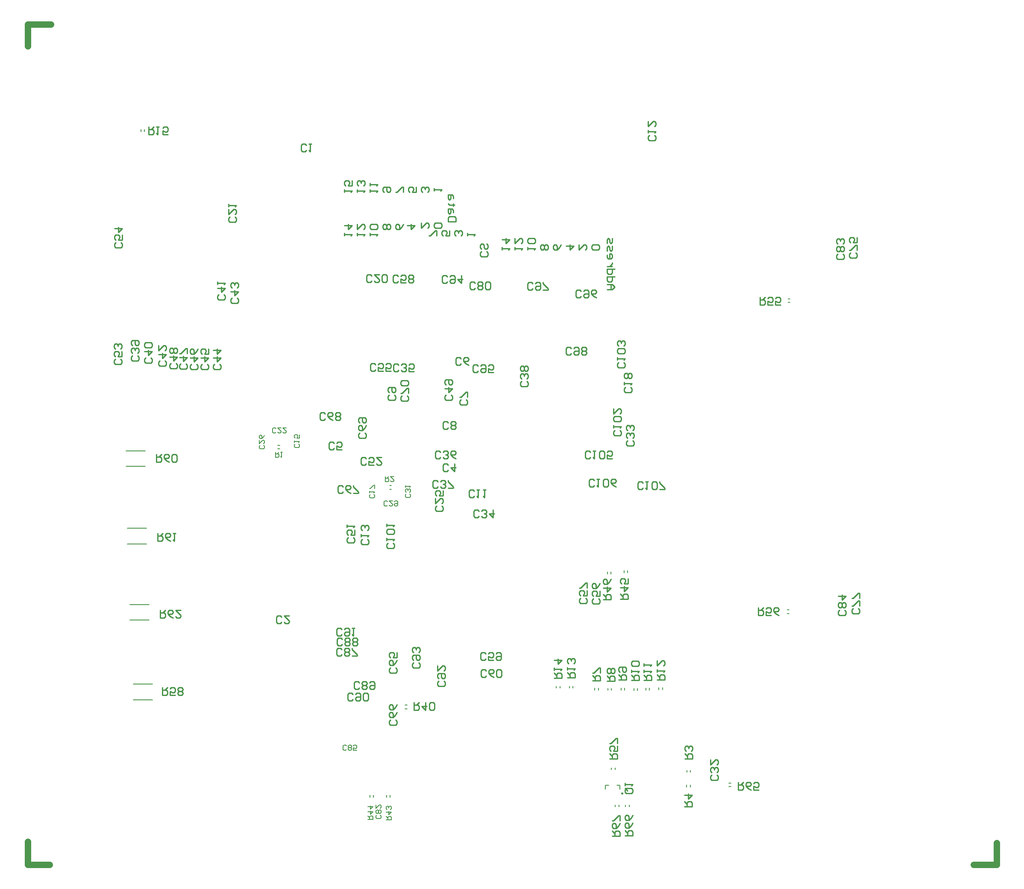
<source format=gbo>
G04 Layer_Color=32896*
%FSLAX25Y25*%
%MOIN*%
G70*
G01*
G75*
%ADD31C,0.01000*%
%ADD32C,0.00800*%
%ADD37C,0.05000*%
%ADD66C,0.00984*%
%ADD68C,0.00787*%
D31*
X241999Y176702D02*
X240999Y175702D01*
X239000D01*
X238000Y176702D01*
Y180700D01*
X239000Y181700D01*
X240999D01*
X241999Y180700D01*
X243998D02*
X244998Y181700D01*
X246997D01*
X247997Y180700D01*
Y176702D01*
X246997Y175702D01*
X244998D01*
X243998Y176702D01*
Y177701D01*
X244998Y178701D01*
X247997D01*
X249996Y181700D02*
X251995D01*
X250996D01*
Y175702D01*
X249996Y176702D01*
X250899Y126102D02*
X249899Y125102D01*
X247900D01*
X246900Y126102D01*
Y130100D01*
X247900Y131100D01*
X249899D01*
X250899Y130100D01*
X252898D02*
X253898Y131100D01*
X255897D01*
X256897Y130100D01*
Y126102D01*
X255897Y125102D01*
X253898D01*
X252898Y126102D01*
Y127101D01*
X253898Y128101D01*
X256897D01*
X258896Y126102D02*
X259896Y125102D01*
X261895D01*
X262895Y126102D01*
Y130100D01*
X261895Y131100D01*
X259896D01*
X258896Y130100D01*
Y126102D01*
X255899Y134902D02*
X254899Y133902D01*
X252900D01*
X251900Y134902D01*
Y138900D01*
X252900Y139900D01*
X254899D01*
X255899Y138900D01*
X257898Y134902D02*
X258898Y133902D01*
X260897D01*
X261897Y134902D01*
Y135901D01*
X260897Y136901D01*
X261897Y137901D01*
Y138900D01*
X260897Y139900D01*
X258898D01*
X257898Y138900D01*
Y137901D01*
X258898Y136901D01*
X257898Y135901D01*
Y134902D01*
X258898Y136901D02*
X260897D01*
X263896Y138900D02*
X264896Y139900D01*
X266895D01*
X267895Y138900D01*
Y134902D01*
X266895Y133902D01*
X264896D01*
X263896Y134902D01*
Y135901D01*
X264896Y136901D01*
X267895D01*
X242499Y169002D02*
X241499Y168002D01*
X239500D01*
X238500Y169002D01*
Y173000D01*
X239500Y174000D01*
X241499D01*
X242499Y173000D01*
X244498Y169002D02*
X245498Y168002D01*
X247497D01*
X248497Y169002D01*
Y170001D01*
X247497Y171001D01*
X248497Y172001D01*
Y173000D01*
X247497Y174000D01*
X245498D01*
X244498Y173000D01*
Y172001D01*
X245498Y171001D01*
X244498Y170001D01*
Y169002D01*
X245498Y171001D02*
X247497D01*
X250496Y169002D02*
X251496Y168002D01*
X253495D01*
X254495Y169002D01*
Y170001D01*
X253495Y171001D01*
X254495Y172001D01*
Y173000D01*
X253495Y174000D01*
X251496D01*
X250496Y173000D01*
Y172001D01*
X251496Y171001D01*
X250496Y170001D01*
Y169002D01*
X251496Y171001D02*
X253495D01*
X241999Y161002D02*
X240999Y160002D01*
X239000D01*
X238000Y161002D01*
Y165000D01*
X239000Y166000D01*
X240999D01*
X241999Y165000D01*
X243998Y161002D02*
X244998Y160002D01*
X246997D01*
X247997Y161002D01*
Y162001D01*
X246997Y163001D01*
X247997Y164001D01*
Y165000D01*
X246997Y166000D01*
X244998D01*
X243998Y165000D01*
Y164001D01*
X244998Y163001D01*
X243998Y162001D01*
Y161002D01*
X244998Y163001D02*
X246997D01*
X249996Y160002D02*
X253995D01*
Y161002D01*
X249996Y165000D01*
Y166000D01*
X634498Y195755D02*
X635498Y194755D01*
Y192756D01*
X634498Y191756D01*
X630500D01*
X629500Y192756D01*
Y194755D01*
X630500Y195755D01*
X634498Y197754D02*
X635498Y198754D01*
Y200753D01*
X634498Y201753D01*
X633499D01*
X632499Y200753D01*
X631499Y201753D01*
X630500D01*
X629500Y200753D01*
Y198754D01*
X630500Y197754D01*
X631499D01*
X632499Y198754D01*
X633499Y197754D01*
X634498D01*
X632499Y198754D02*
Y200753D01*
X629500Y206751D02*
X635498D01*
X632499Y203752D01*
Y207751D01*
X324999Y305002D02*
X323999Y304002D01*
X322000D01*
X321000Y305002D01*
Y309000D01*
X322000Y310000D01*
X323999D01*
X324999Y309000D01*
X329997Y310000D02*
Y304002D01*
X326998Y307001D01*
X330997D01*
X235999Y322002D02*
X234999Y321002D01*
X233000D01*
X232000Y322002D01*
Y326000D01*
X233000Y327000D01*
X234999D01*
X235999Y326000D01*
X241997Y321002D02*
X237998D01*
Y324001D01*
X239997Y323001D01*
X240997D01*
X241997Y324001D01*
Y326000D01*
X240997Y327000D01*
X238998D01*
X237998Y326000D01*
X334999Y388002D02*
X333999Y387002D01*
X332000D01*
X331000Y388002D01*
Y392000D01*
X332000Y393000D01*
X333999D01*
X334999Y392000D01*
X340997Y387002D02*
X338997Y388002D01*
X336998Y390001D01*
Y392000D01*
X337998Y393000D01*
X339997D01*
X340997Y392000D01*
Y391001D01*
X339997Y390001D01*
X336998D01*
X338998Y359999D02*
X339998Y358999D01*
Y357000D01*
X338998Y356000D01*
X335000D01*
X334000Y357000D01*
Y358999D01*
X335000Y359999D01*
X339998Y361998D02*
Y365997D01*
X338998D01*
X335000Y361998D01*
X334000D01*
X324999Y338002D02*
X323999Y337002D01*
X322000D01*
X321000Y338002D01*
Y342000D01*
X322000Y343000D01*
X323999D01*
X324999Y342000D01*
X326998Y338002D02*
X327998Y337002D01*
X329997D01*
X330997Y338002D01*
Y339001D01*
X329997Y340001D01*
X330997Y341001D01*
Y342000D01*
X329997Y343000D01*
X327998D01*
X326998Y342000D01*
Y341001D01*
X327998Y340001D01*
X326998Y339001D01*
Y338002D01*
X327998Y340001D02*
X329997D01*
X282998Y363599D02*
X283998Y362599D01*
Y360600D01*
X282998Y359600D01*
X279000D01*
X278000Y360600D01*
Y362599D01*
X279000Y363599D01*
Y365598D02*
X278000Y366598D01*
Y368597D01*
X279000Y369597D01*
X282998D01*
X283998Y368597D01*
Y366598D01*
X282998Y365598D01*
X281999D01*
X280999Y366598D01*
Y369597D01*
X345630Y284573D02*
X344630Y283574D01*
X342631D01*
X341631Y284573D01*
Y288572D01*
X342631Y289572D01*
X344630D01*
X345630Y288572D01*
X347629Y289572D02*
X349628D01*
X348628D01*
Y283574D01*
X347629Y284573D01*
X352627Y289572D02*
X354627D01*
X353627D01*
Y283574D01*
X352627Y284573D01*
X261998Y250999D02*
X262998Y249999D01*
Y248000D01*
X261998Y247000D01*
X258000D01*
X257000Y248000D01*
Y249999D01*
X258000Y250999D01*
X257000Y252998D02*
Y254997D01*
Y253998D01*
X262998D01*
X261998Y252998D01*
Y257996D02*
X262998Y258996D01*
Y260996D01*
X261998Y261995D01*
X260999D01*
X259999Y260996D01*
Y259996D01*
Y260996D01*
X258999Y261995D01*
X258000D01*
X257000Y260996D01*
Y258996D01*
X258000Y257996D01*
X319998Y276999D02*
X320998Y275999D01*
Y274000D01*
X319998Y273000D01*
X316000D01*
X315000Y274000D01*
Y275999D01*
X316000Y276999D01*
X315000Y282997D02*
Y278998D01*
X318999Y282997D01*
X319998D01*
X320998Y281997D01*
Y279998D01*
X319998Y278998D01*
X320998Y288995D02*
Y284996D01*
X317999D01*
X318999Y286996D01*
Y287995D01*
X317999Y288995D01*
X316000D01*
X315000Y287995D01*
Y285996D01*
X316000Y284996D01*
X348999Y269002D02*
X347999Y268002D01*
X346000D01*
X345000Y269002D01*
Y273000D01*
X346000Y274000D01*
X347999D01*
X348999Y273000D01*
X350998Y269002D02*
X351998Y268002D01*
X353997D01*
X354997Y269002D01*
Y270001D01*
X353997Y271001D01*
X352997D01*
X353997D01*
X354997Y272001D01*
Y273000D01*
X353997Y274000D01*
X351998D01*
X350998Y273000D01*
X359995Y274000D02*
Y268002D01*
X356996Y271001D01*
X360995D01*
X318999Y315002D02*
X317999Y314002D01*
X316000D01*
X315000Y315002D01*
Y319000D01*
X316000Y320000D01*
X317999D01*
X318999Y319000D01*
X320998Y315002D02*
X321998Y314002D01*
X323997D01*
X324997Y315002D01*
Y316001D01*
X323997Y317001D01*
X322997D01*
X323997D01*
X324997Y318001D01*
Y319000D01*
X323997Y320000D01*
X321998D01*
X320998Y319000D01*
X330995Y314002D02*
X328995Y315002D01*
X326996Y317001D01*
Y319000D01*
X327996Y320000D01*
X329995D01*
X330995Y319000D01*
Y318001D01*
X329995Y317001D01*
X326996D01*
X316999Y292002D02*
X315999Y291002D01*
X314000D01*
X313000Y292002D01*
Y296000D01*
X314000Y297000D01*
X315999D01*
X316999Y296000D01*
X318998Y292002D02*
X319998Y291002D01*
X321997D01*
X322997Y292002D01*
Y293001D01*
X321997Y294001D01*
X320997D01*
X321997D01*
X322997Y295001D01*
Y296000D01*
X321997Y297000D01*
X319998D01*
X318998Y296000D01*
X324996Y291002D02*
X328995D01*
Y292002D01*
X324996Y296000D01*
Y297000D01*
X386398Y374299D02*
X387398Y373299D01*
Y371300D01*
X386398Y370300D01*
X382400D01*
X381400Y371300D01*
Y373299D01*
X382400Y374299D01*
X386398Y376298D02*
X387398Y377298D01*
Y379297D01*
X386398Y380297D01*
X385399D01*
X384399Y379297D01*
Y378297D01*
Y379297D01*
X383399Y380297D01*
X382400D01*
X381400Y379297D01*
Y377298D01*
X382400Y376298D01*
X386398Y382296D02*
X387398Y383296D01*
Y385295D01*
X386398Y386295D01*
X385399D01*
X384399Y385295D01*
X383399Y386295D01*
X382400D01*
X381400Y385295D01*
Y383296D01*
X382400Y382296D01*
X383399D01*
X384399Y383296D01*
X385399Y382296D01*
X386398D01*
X384399Y383296D02*
Y385295D01*
X150298Y442099D02*
X151298Y441099D01*
Y439100D01*
X150298Y438100D01*
X146300D01*
X145300Y439100D01*
Y441099D01*
X146300Y442099D01*
X145300Y447097D02*
X151298D01*
X148299Y444098D01*
Y448097D01*
X145300Y450096D02*
Y452096D01*
Y451096D01*
X151298D01*
X150298Y450096D01*
X327577Y363499D02*
X328577Y362499D01*
Y360500D01*
X327577Y359500D01*
X323578D01*
X322579Y360500D01*
Y362499D01*
X323578Y363499D01*
X322579Y368497D02*
X328577D01*
X325578Y365498D01*
Y369497D01*
X323578Y371496D02*
X322579Y372496D01*
Y374495D01*
X323578Y375495D01*
X327577D01*
X328577Y374495D01*
Y372496D01*
X327577Y371496D01*
X326577D01*
X325578Y372496D01*
Y375495D01*
X251298Y252299D02*
X252298Y251299D01*
Y249300D01*
X251298Y248300D01*
X247300D01*
X246300Y249300D01*
Y251299D01*
X247300Y252299D01*
X252298Y258297D02*
Y254298D01*
X249299D01*
X250299Y256297D01*
Y257297D01*
X249299Y258297D01*
X247300D01*
X246300Y257297D01*
Y255298D01*
X247300Y254298D01*
X246300Y260296D02*
Y262296D01*
Y261296D01*
X252298D01*
X251298Y260296D01*
X260999Y310002D02*
X259999Y309002D01*
X258000D01*
X257000Y310002D01*
Y314000D01*
X258000Y315000D01*
X259999D01*
X260999Y314000D01*
X266997Y309002D02*
X262998D01*
Y312001D01*
X264997Y311001D01*
X265997D01*
X266997Y312001D01*
Y314000D01*
X265997Y315000D01*
X263998D01*
X262998Y314000D01*
X272995Y315000D02*
X268996D01*
X272995Y311001D01*
Y310002D01*
X271995Y309002D01*
X269996D01*
X268996Y310002D01*
X354399Y157702D02*
X353399Y156702D01*
X351400D01*
X350400Y157702D01*
Y161700D01*
X351400Y162700D01*
X353399D01*
X354399Y161700D01*
X360397Y156702D02*
X356398D01*
Y159701D01*
X358397Y158701D01*
X359397D01*
X360397Y159701D01*
Y161700D01*
X359397Y162700D01*
X357398D01*
X356398Y161700D01*
X362396D02*
X363396Y162700D01*
X365395D01*
X366395Y161700D01*
Y157702D01*
X365395Y156702D01*
X363396D01*
X362396Y157702D01*
Y158701D01*
X363396Y159701D01*
X366395D01*
X354899Y144302D02*
X353899Y143302D01*
X351900D01*
X350900Y144302D01*
Y148300D01*
X351900Y149300D01*
X353899D01*
X354899Y148300D01*
X360897Y143302D02*
X358897Y144302D01*
X356898Y146301D01*
Y148300D01*
X357898Y149300D01*
X359897D01*
X360897Y148300D01*
Y147301D01*
X359897Y146301D01*
X356898D01*
X362896Y144302D02*
X363896Y143302D01*
X365895D01*
X366895Y144302D01*
Y148300D01*
X365895Y149300D01*
X363896D01*
X362896Y148300D01*
Y144302D01*
X284298Y110099D02*
X285298Y109099D01*
Y107100D01*
X284298Y106100D01*
X280300D01*
X279300Y107100D01*
Y109099D01*
X280300Y110099D01*
X285298Y116097D02*
X284298Y114097D01*
X282299Y112098D01*
X280300D01*
X279300Y113098D01*
Y115097D01*
X280300Y116097D01*
X281299D01*
X282299Y115097D01*
Y112098D01*
X285298Y122095D02*
X284298Y120096D01*
X282299Y118096D01*
X280300D01*
X279300Y119096D01*
Y121095D01*
X280300Y122095D01*
X281299D01*
X282299Y121095D01*
Y118096D01*
X242999Y288002D02*
X241999Y287002D01*
X240000D01*
X239000Y288002D01*
Y292000D01*
X240000Y293000D01*
X241999D01*
X242999Y292000D01*
X248997Y287002D02*
X246997Y288002D01*
X244998Y290001D01*
Y292000D01*
X245998Y293000D01*
X247997D01*
X248997Y292000D01*
Y291001D01*
X247997Y290001D01*
X244998D01*
X250996Y287002D02*
X254995D01*
Y288002D01*
X250996Y292000D01*
Y293000D01*
X228999Y345002D02*
X227999Y344002D01*
X226000D01*
X225000Y345002D01*
Y349000D01*
X226000Y350000D01*
X227999D01*
X228999Y349000D01*
X234997Y344002D02*
X232997Y345002D01*
X230998Y347001D01*
Y349000D01*
X231998Y350000D01*
X233997D01*
X234997Y349000D01*
Y348001D01*
X233997Y347001D01*
X230998D01*
X236996Y345002D02*
X237996Y344002D01*
X239995D01*
X240995Y345002D01*
Y346001D01*
X239995Y347001D01*
X240995Y348001D01*
Y349000D01*
X239995Y350000D01*
X237996D01*
X236996Y349000D01*
Y348001D01*
X237996Y347001D01*
X236996Y346001D01*
Y345002D01*
X237996Y347001D02*
X239995D01*
X259998Y333999D02*
X260998Y332999D01*
Y331000D01*
X259998Y330000D01*
X256000D01*
X255000Y331000D01*
Y332999D01*
X256000Y333999D01*
X260998Y339997D02*
X259998Y337997D01*
X257999Y335998D01*
X256000D01*
X255000Y336998D01*
Y338997D01*
X256000Y339997D01*
X256999D01*
X257999Y338997D01*
Y335998D01*
X256000Y341996D02*
X255000Y342996D01*
Y344995D01*
X256000Y345995D01*
X259998D01*
X260998Y344995D01*
Y342996D01*
X259998Y341996D01*
X258999D01*
X257999Y342996D01*
Y345995D01*
X292998Y362999D02*
X293998Y361999D01*
Y360000D01*
X292998Y359000D01*
X289000D01*
X288000Y360000D01*
Y361999D01*
X289000Y362999D01*
X293998Y364998D02*
Y368997D01*
X292998D01*
X289000Y364998D01*
X288000D01*
X292998Y370996D02*
X293998Y371996D01*
Y373995D01*
X292998Y374995D01*
X289000D01*
X288000Y373995D01*
Y371996D01*
X289000Y370996D01*
X292998D01*
X298600Y123500D02*
Y117502D01*
X301599D01*
X302599Y118502D01*
Y120501D01*
X301599Y121501D01*
X298600D01*
X300599D02*
X302599Y123500D01*
X307597D02*
Y117502D01*
X304598Y120501D01*
X308597D01*
X310596Y118502D02*
X311596Y117502D01*
X313595D01*
X314595Y118502D01*
Y122500D01*
X313595Y123500D01*
X311596D01*
X310596Y122500D01*
Y118502D01*
X642998Y474499D02*
X643998Y473499D01*
Y471500D01*
X642998Y470500D01*
X639000D01*
X638000Y471500D01*
Y473499D01*
X639000Y474499D01*
X643998Y476498D02*
Y480497D01*
X642998D01*
X639000Y476498D01*
X638000D01*
X643998Y486495D02*
Y482496D01*
X640999D01*
X641999Y484495D01*
Y485495D01*
X640999Y486495D01*
X639000D01*
X638000Y485495D01*
Y483496D01*
X639000Y482496D01*
X568400Y440000D02*
Y434002D01*
X571399D01*
X572399Y435002D01*
Y437001D01*
X571399Y438001D01*
X568400D01*
X570399D02*
X572399Y440000D01*
X578397Y434002D02*
X574398D01*
Y437001D01*
X576397Y436001D01*
X577397D01*
X578397Y437001D01*
Y439000D01*
X577397Y440000D01*
X575398D01*
X574398Y439000D01*
X584395Y434002D02*
X580396D01*
Y437001D01*
X582396Y436001D01*
X583395D01*
X584395Y437001D01*
Y439000D01*
X583395Y440000D01*
X581396D01*
X580396Y439000D01*
X567300Y197700D02*
Y191702D01*
X570299D01*
X571299Y192702D01*
Y194701D01*
X570299Y195701D01*
X567300D01*
X569299D02*
X571299Y197700D01*
X577297Y191702D02*
X573298D01*
Y194701D01*
X575297Y193701D01*
X576297D01*
X577297Y194701D01*
Y196700D01*
X576297Y197700D01*
X574298D01*
X573298Y196700D01*
X583295Y191702D02*
X581295Y192702D01*
X579296Y194701D01*
Y196700D01*
X580296Y197700D01*
X582295D01*
X583295Y196700D01*
Y195701D01*
X582295Y194701D01*
X579296D01*
X214499Y554702D02*
X213499Y553702D01*
X211500D01*
X210500Y554702D01*
Y558700D01*
X211500Y559700D01*
X213499D01*
X214499Y558700D01*
X216498Y559700D02*
X218497D01*
X217498D01*
Y553702D01*
X216498Y554702D01*
X194999Y186402D02*
X193999Y185402D01*
X192000D01*
X191000Y186402D01*
Y190400D01*
X192000Y191400D01*
X193999D01*
X194999Y190400D01*
X200997Y191400D02*
X196998D01*
X200997Y187401D01*
Y186402D01*
X199997Y185402D01*
X197998D01*
X196998Y186402D01*
X486298Y566199D02*
X487298Y565199D01*
Y563200D01*
X486298Y562200D01*
X482300D01*
X481300Y563200D01*
Y565199D01*
X482300Y566199D01*
X481300Y568198D02*
Y570197D01*
Y569198D01*
X487298D01*
X486298Y568198D01*
X481300Y577195D02*
Y573196D01*
X485299Y577195D01*
X486298D01*
X487298Y576195D01*
Y574196D01*
X486298Y573196D01*
X467598Y369599D02*
X468598Y368599D01*
Y366600D01*
X467598Y365600D01*
X463600D01*
X462600Y366600D01*
Y368599D01*
X463600Y369599D01*
X462600Y371598D02*
Y373597D01*
Y372598D01*
X468598D01*
X467598Y371598D01*
Y376596D02*
X468598Y377596D01*
Y379595D01*
X467598Y380595D01*
X466599D01*
X465599Y379595D01*
X464599Y380595D01*
X463600D01*
X462600Y379595D01*
Y377596D01*
X463600Y376596D01*
X464599D01*
X465599Y377596D01*
X466599Y376596D01*
X467598D01*
X465599Y377596D02*
Y379595D01*
X265399Y452702D02*
X264399Y451702D01*
X262400D01*
X261400Y452702D01*
Y456700D01*
X262400Y457700D01*
X264399D01*
X265399Y456700D01*
X271397Y457700D02*
X267398D01*
X271397Y453701D01*
Y452702D01*
X270397Y451702D01*
X268398D01*
X267398Y452702D01*
X273396D02*
X274396Y451702D01*
X276395D01*
X277395Y452702D01*
Y456700D01*
X276395Y457700D01*
X274396D01*
X273396Y456700D01*
Y452702D01*
X158698Y502499D02*
X159698Y501499D01*
Y499500D01*
X158698Y498500D01*
X154700D01*
X153700Y499500D01*
Y501499D01*
X154700Y502499D01*
X153700Y508497D02*
Y504498D01*
X157699Y508497D01*
X158698D01*
X159698Y507497D01*
Y505498D01*
X158698Y504498D01*
X153700Y510496D02*
Y512496D01*
Y511496D01*
X159698D01*
X158698Y510496D01*
X534898Y67099D02*
X535898Y66099D01*
Y64100D01*
X534898Y63100D01*
X530900D01*
X529900Y64100D01*
Y66099D01*
X530900Y67099D01*
X534898Y69098D02*
X535898Y70098D01*
Y72097D01*
X534898Y73097D01*
X533899D01*
X532899Y72097D01*
Y71097D01*
Y72097D01*
X531899Y73097D01*
X530900D01*
X529900Y72097D01*
Y70098D01*
X530900Y69098D01*
X529900Y79095D02*
Y75096D01*
X533899Y79095D01*
X534898D01*
X535898Y78095D01*
Y76096D01*
X534898Y75096D01*
X468998Y327999D02*
X469998Y326999D01*
Y325000D01*
X468998Y324000D01*
X465000D01*
X464000Y325000D01*
Y326999D01*
X465000Y327999D01*
X468998Y329998D02*
X469998Y330998D01*
Y332997D01*
X468998Y333997D01*
X467999D01*
X466999Y332997D01*
Y331997D01*
Y332997D01*
X465999Y333997D01*
X465000D01*
X464000Y332997D01*
Y330998D01*
X465000Y329998D01*
X468998Y335996D02*
X469998Y336996D01*
Y338995D01*
X468998Y339995D01*
X467999D01*
X466999Y338995D01*
Y337996D01*
Y338995D01*
X465999Y339995D01*
X465000D01*
X464000Y338995D01*
Y336996D01*
X465000Y335996D01*
X82798Y394399D02*
X83798Y393399D01*
Y391400D01*
X82798Y390400D01*
X78800D01*
X77800Y391400D01*
Y393399D01*
X78800Y394399D01*
X82798Y396398D02*
X83798Y397398D01*
Y399397D01*
X82798Y400397D01*
X81799D01*
X80799Y399397D01*
Y398397D01*
Y399397D01*
X79799Y400397D01*
X78800D01*
X77800Y399397D01*
Y397398D01*
X78800Y396398D01*
Y402396D02*
X77800Y403396D01*
Y405395D01*
X78800Y406395D01*
X82798D01*
X83798Y405395D01*
Y403396D01*
X82798Y402396D01*
X81799D01*
X80799Y403396D01*
Y406395D01*
X93198Y392499D02*
X94198Y391499D01*
Y389500D01*
X93198Y388500D01*
X89200D01*
X88200Y389500D01*
Y391499D01*
X89200Y392499D01*
X88200Y397497D02*
X94198D01*
X91199Y394498D01*
Y398497D01*
X93198Y400496D02*
X94198Y401496D01*
Y403495D01*
X93198Y404495D01*
X89200D01*
X88200Y403495D01*
Y401496D01*
X89200Y400496D01*
X93198D01*
X104198Y390299D02*
X105198Y389299D01*
Y387300D01*
X104198Y386300D01*
X100200D01*
X99200Y387300D01*
Y389299D01*
X100200Y390299D01*
X99200Y395297D02*
X105198D01*
X102199Y392298D01*
Y396297D01*
X99200Y402295D02*
Y398296D01*
X103199Y402295D01*
X104198D01*
X105198Y401295D01*
Y399296D01*
X104198Y398296D01*
X160498Y439399D02*
X161498Y438399D01*
Y436400D01*
X160498Y435400D01*
X156500D01*
X155500Y436400D01*
Y438399D01*
X156500Y439399D01*
X155500Y444397D02*
X161498D01*
X158499Y441398D01*
Y445397D01*
X160498Y447396D02*
X161498Y448396D01*
Y450395D01*
X160498Y451395D01*
X159499D01*
X158499Y450395D01*
Y449396D01*
Y450395D01*
X157499Y451395D01*
X156500D01*
X155500Y450395D01*
Y448396D01*
X156500Y447396D01*
X146798Y387699D02*
X147798Y386699D01*
Y384700D01*
X146798Y383700D01*
X142800D01*
X141800Y384700D01*
Y386699D01*
X142800Y387699D01*
X141800Y392697D02*
X147798D01*
X144799Y389698D01*
Y393697D01*
X141800Y398695D02*
X147798D01*
X144799Y395696D01*
Y399695D01*
X137298Y387599D02*
X138298Y386599D01*
Y384600D01*
X137298Y383600D01*
X133300D01*
X132300Y384600D01*
Y386599D01*
X133300Y387599D01*
X132300Y392597D02*
X138298D01*
X135299Y389598D01*
Y393597D01*
X138298Y399595D02*
Y395596D01*
X135299D01*
X136299Y397596D01*
Y398595D01*
X135299Y399595D01*
X133300D01*
X132300Y398595D01*
Y396596D01*
X133300Y395596D01*
X128898Y387799D02*
X129898Y386799D01*
Y384800D01*
X128898Y383800D01*
X124900D01*
X123900Y384800D01*
Y386799D01*
X124900Y387799D01*
X123900Y392797D02*
X129898D01*
X126899Y389798D01*
Y393797D01*
X129898Y399795D02*
X128898Y397796D01*
X126899Y395796D01*
X124900D01*
X123900Y396796D01*
Y398795D01*
X124900Y399795D01*
X125899D01*
X126899Y398795D01*
Y395796D01*
X120598Y387899D02*
X121598Y386899D01*
Y384900D01*
X120598Y383900D01*
X116600D01*
X115600Y384900D01*
Y386899D01*
X116600Y387899D01*
X115600Y392897D02*
X121598D01*
X118599Y389898D01*
Y393897D01*
X121598Y395896D02*
Y399895D01*
X120598D01*
X116600Y395896D01*
X115600D01*
X112698Y388199D02*
X113698Y387199D01*
Y385200D01*
X112698Y384200D01*
X108700D01*
X107700Y385200D01*
Y387199D01*
X108700Y388199D01*
X107700Y393197D02*
X113698D01*
X110699Y390198D01*
Y394197D01*
X112698Y396196D02*
X113698Y397196D01*
Y399195D01*
X112698Y400195D01*
X111699D01*
X110699Y399195D01*
X109699Y400195D01*
X108700D01*
X107700Y399195D01*
Y397196D01*
X108700Y396196D01*
X109699D01*
X110699Y397196D01*
X111699Y396196D01*
X112698D01*
X110699Y397196D02*
Y399195D01*
X69598Y391799D02*
X70598Y390799D01*
Y388800D01*
X69598Y387800D01*
X65600D01*
X64600Y388800D01*
Y390799D01*
X65600Y391799D01*
X70598Y397797D02*
Y393798D01*
X67599D01*
X68599Y395797D01*
Y396797D01*
X67599Y397797D01*
X65600D01*
X64600Y396797D01*
Y394798D01*
X65600Y393798D01*
X69598Y399796D02*
X70598Y400796D01*
Y402795D01*
X69598Y403795D01*
X68599D01*
X67599Y402795D01*
Y401795D01*
Y402795D01*
X66599Y403795D01*
X65600D01*
X64600Y402795D01*
Y400796D01*
X65600Y399796D01*
X69698Y482799D02*
X70698Y481799D01*
Y479800D01*
X69698Y478800D01*
X65700D01*
X64700Y479800D01*
Y481799D01*
X65700Y482799D01*
X70698Y488797D02*
Y484798D01*
X67699D01*
X68699Y486797D01*
Y487797D01*
X67699Y488797D01*
X65700D01*
X64700Y487797D01*
Y485798D01*
X65700Y484798D01*
X64700Y493795D02*
X70698D01*
X67699Y490796D01*
Y494795D01*
X442498Y204599D02*
X443498Y203599D01*
Y201600D01*
X442498Y200600D01*
X438500D01*
X437500Y201600D01*
Y203599D01*
X438500Y204599D01*
X443498Y210597D02*
Y206598D01*
X440499D01*
X441499Y208597D01*
Y209597D01*
X440499Y210597D01*
X438500D01*
X437500Y209597D01*
Y207598D01*
X438500Y206598D01*
X443498Y216595D02*
X442498Y214596D01*
X440499Y212596D01*
X438500D01*
X437500Y213596D01*
Y215595D01*
X438500Y216595D01*
X439499D01*
X440499Y215595D01*
Y212596D01*
X432498Y205099D02*
X433498Y204099D01*
Y202100D01*
X432498Y201100D01*
X428500D01*
X427500Y202100D01*
Y204099D01*
X428500Y205099D01*
X433498Y211097D02*
Y207098D01*
X430499D01*
X431499Y209097D01*
Y210097D01*
X430499Y211097D01*
X428500D01*
X427500Y210097D01*
Y208098D01*
X428500Y207098D01*
X433498Y213096D02*
Y217095D01*
X432498D01*
X428500Y213096D01*
X427500D01*
X284098Y150799D02*
X285098Y149799D01*
Y147800D01*
X284098Y146800D01*
X280100D01*
X279100Y147800D01*
Y149799D01*
X280100Y150799D01*
X285098Y156797D02*
X284098Y154797D01*
X282099Y152798D01*
X280100D01*
X279100Y153798D01*
Y155797D01*
X280100Y156797D01*
X281099D01*
X282099Y155797D01*
Y152798D01*
X285098Y162795D02*
Y158796D01*
X282099D01*
X283099Y160795D01*
Y161795D01*
X282099Y162795D01*
X280100D01*
X279100Y161795D01*
Y159796D01*
X280100Y158796D01*
X509700Y79800D02*
X515698D01*
Y82799D01*
X514698Y83799D01*
X512699D01*
X511699Y82799D01*
Y79800D01*
Y81799D02*
X509700Y83799D01*
X514698Y85798D02*
X515698Y86798D01*
Y88797D01*
X514698Y89797D01*
X513699D01*
X512699Y88797D01*
Y87797D01*
Y88797D01*
X511699Y89797D01*
X510700D01*
X509700Y88797D01*
Y86798D01*
X510700Y85798D01*
X509500Y42300D02*
X515498D01*
Y45299D01*
X514498Y46299D01*
X512499D01*
X511499Y45299D01*
Y42300D01*
Y44299D02*
X509500Y46299D01*
Y51297D02*
X515498D01*
X512499Y48298D01*
Y52297D01*
X437800Y140800D02*
X443798D01*
Y143799D01*
X442798Y144799D01*
X440799D01*
X439799Y143799D01*
Y140800D01*
Y142799D02*
X437800Y144799D01*
X443798Y146798D02*
Y150797D01*
X442798D01*
X438800Y146798D01*
X437800D01*
X449200Y140200D02*
X455198D01*
Y143199D01*
X454198Y144199D01*
X452199D01*
X451199Y143199D01*
Y140200D01*
Y142199D02*
X449200Y144199D01*
X454198Y146198D02*
X455198Y147198D01*
Y149197D01*
X454198Y150197D01*
X453199D01*
X452199Y149197D01*
X451199Y150197D01*
X450200D01*
X449200Y149197D01*
Y147198D01*
X450200Y146198D01*
X451199D01*
X452199Y147198D01*
X453199Y146198D01*
X454198D01*
X452199Y147198D02*
Y149197D01*
X458200Y141353D02*
X464198D01*
Y144352D01*
X463198Y145352D01*
X461199D01*
X460199Y144352D01*
Y141353D01*
Y143352D02*
X458200Y145352D01*
X459200Y147351D02*
X458200Y148351D01*
Y150350D01*
X459200Y151349D01*
X463198D01*
X464198Y150350D01*
Y148351D01*
X463198Y147351D01*
X462199D01*
X461199Y148351D01*
Y151349D01*
X468200Y141000D02*
X474198D01*
Y143999D01*
X473198Y144999D01*
X471199D01*
X470199Y143999D01*
Y141000D01*
Y142999D02*
X468200Y144999D01*
Y146998D02*
Y148997D01*
Y147998D01*
X474198D01*
X473198Y146998D01*
Y151996D02*
X474198Y152996D01*
Y154996D01*
X473198Y155995D01*
X469200D01*
X468200Y154996D01*
Y152996D01*
X469200Y151996D01*
X473198D01*
X477800Y140953D02*
X483798D01*
Y143952D01*
X482798Y144951D01*
X480799D01*
X479799Y143952D01*
Y140953D01*
Y142952D02*
X477800Y144951D01*
Y146951D02*
Y148950D01*
Y147950D01*
X483798D01*
X482798Y146951D01*
X477800Y151949D02*
Y153949D01*
Y152949D01*
X483798D01*
X482798Y151949D01*
X488000Y141200D02*
X493998D01*
Y144199D01*
X492998Y145199D01*
X490999D01*
X489999Y144199D01*
Y141200D01*
Y143199D02*
X488000Y145199D01*
Y147198D02*
Y149197D01*
Y148198D01*
X493998D01*
X492998Y147198D01*
X488000Y156195D02*
Y152196D01*
X491999Y156195D01*
X492998D01*
X493998Y155195D01*
Y153196D01*
X492998Y152196D01*
X418000Y142953D02*
X423998D01*
Y145952D01*
X422998Y146951D01*
X420999D01*
X419999Y145952D01*
Y142953D01*
Y144952D02*
X418000Y146951D01*
Y148951D02*
Y150950D01*
Y149951D01*
X423998D01*
X422998Y148951D01*
Y153949D02*
X423998Y154949D01*
Y156948D01*
X422998Y157948D01*
X421999D01*
X420999Y156948D01*
Y155949D01*
Y156948D01*
X419999Y157948D01*
X419000D01*
X418000Y156948D01*
Y154949D01*
X419000Y153949D01*
X407800Y142600D02*
X413798D01*
Y145599D01*
X412798Y146599D01*
X410799D01*
X409799Y145599D01*
Y142600D01*
Y144599D02*
X407800Y146599D01*
Y148598D02*
Y150597D01*
Y149598D01*
X413798D01*
X412798Y148598D01*
X407800Y156596D02*
X413798D01*
X410799Y153596D01*
Y157595D01*
X91400Y573100D02*
Y567102D01*
X94399D01*
X95399Y568102D01*
Y570101D01*
X94399Y571101D01*
X91400D01*
X93399D02*
X95399Y573100D01*
X97398D02*
X99397D01*
X98398D01*
Y567102D01*
X97398Y568102D01*
X106395Y567102D02*
X102396D01*
Y570101D01*
X104396Y569101D01*
X105395D01*
X106395Y570101D01*
Y572100D01*
X105395Y573100D01*
X103396D01*
X102396Y572100D01*
X459600Y204400D02*
X465598D01*
Y207399D01*
X464598Y208399D01*
X462599D01*
X461599Y207399D01*
Y204400D01*
Y206399D02*
X459600Y208399D01*
Y213397D02*
X465598D01*
X462599Y210398D01*
Y214397D01*
X465598Y220395D02*
Y216396D01*
X462599D01*
X463599Y218395D01*
Y219395D01*
X462599Y220395D01*
X460600D01*
X459600Y219395D01*
Y217396D01*
X460600Y216396D01*
X446000Y204100D02*
X451998D01*
Y207099D01*
X450998Y208099D01*
X448999D01*
X447999Y207099D01*
Y204100D01*
Y206099D02*
X446000Y208099D01*
Y213097D02*
X451998D01*
X448999Y210098D01*
Y214097D01*
X451998Y220095D02*
X450998Y218095D01*
X448999Y216096D01*
X447000D01*
X446000Y217096D01*
Y219095D01*
X447000Y220095D01*
X447999D01*
X448999Y219095D01*
Y216096D01*
X632998Y473755D02*
X633998Y472755D01*
Y470756D01*
X632998Y469756D01*
X629000D01*
X628000Y470756D01*
Y472755D01*
X629000Y473755D01*
X632998Y475754D02*
X633998Y476754D01*
Y478753D01*
X632998Y479753D01*
X631999D01*
X630999Y478753D01*
X629999Y479753D01*
X629000D01*
X628000Y478753D01*
Y476754D01*
X629000Y475754D01*
X629999D01*
X630999Y476754D01*
X631999Y475754D01*
X632998D01*
X630999Y476754D02*
Y478753D01*
X632998Y481752D02*
X633998Y482752D01*
Y484751D01*
X632998Y485751D01*
X631999D01*
X630999Y484751D01*
Y483751D01*
Y484751D01*
X629999Y485751D01*
X629000D01*
X628000Y484751D01*
Y482752D01*
X629000Y481752D01*
X321898Y140299D02*
X322898Y139299D01*
Y137300D01*
X321898Y136300D01*
X317900D01*
X316900Y137300D01*
Y139299D01*
X317900Y140299D01*
Y142298D02*
X316900Y143298D01*
Y145297D01*
X317900Y146297D01*
X321898D01*
X322898Y145297D01*
Y143298D01*
X321898Y142298D01*
X320899D01*
X319899Y143298D01*
Y146297D01*
X316900Y152295D02*
Y148296D01*
X320899Y152295D01*
X321898D01*
X322898Y151295D01*
Y149296D01*
X321898Y148296D01*
X301998Y154499D02*
X302998Y153499D01*
Y151500D01*
X301998Y150500D01*
X298000D01*
X297000Y151500D01*
Y153499D01*
X298000Y154499D01*
Y156498D02*
X297000Y157498D01*
Y159497D01*
X298000Y160497D01*
X301998D01*
X302998Y159497D01*
Y157498D01*
X301998Y156498D01*
X300999D01*
X299999Y157498D01*
Y160497D01*
X301998Y162496D02*
X302998Y163496D01*
Y165495D01*
X301998Y166495D01*
X300999D01*
X299999Y165495D01*
Y164496D01*
Y165495D01*
X298999Y166495D01*
X298000D01*
X297000Y165495D01*
Y163496D01*
X298000Y162496D01*
X464000Y56499D02*
X467998D01*
X468998Y55499D01*
Y53500D01*
X467998Y52500D01*
X464000D01*
X463000Y53500D01*
Y55499D01*
X464999Y54499D02*
X463000Y56499D01*
Y55499D02*
X464000Y56499D01*
X463000Y58498D02*
Y60497D01*
Y59498D01*
X468998D01*
X467998Y58498D01*
X451000Y79500D02*
X456998D01*
Y82499D01*
X455998Y83499D01*
X453999D01*
X452999Y82499D01*
Y79500D01*
Y81499D02*
X451000Y83499D01*
X456998Y89497D02*
Y85498D01*
X453999D01*
X454999Y87497D01*
Y88497D01*
X453999Y89497D01*
X452000D01*
X451000Y88497D01*
Y86498D01*
X452000Y85498D01*
X456998Y91496D02*
Y95495D01*
X455998D01*
X452000Y91496D01*
X451000D01*
X102300Y135200D02*
Y129202D01*
X105299D01*
X106299Y130202D01*
Y132201D01*
X105299Y133201D01*
X102300D01*
X104299D02*
X106299Y135200D01*
X112297Y129202D02*
X108298D01*
Y132201D01*
X110297Y131201D01*
X111297D01*
X112297Y132201D01*
Y134200D01*
X111297Y135200D01*
X109298D01*
X108298Y134200D01*
X114296Y130202D02*
X115296Y129202D01*
X117295D01*
X118295Y130202D01*
Y131201D01*
X117295Y132201D01*
X118295Y133201D01*
Y134200D01*
X117295Y135200D01*
X115296D01*
X114296Y134200D01*
Y133201D01*
X115296Y132201D01*
X114296Y131201D01*
Y130202D01*
X115296Y132201D02*
X117295D01*
X97500Y317400D02*
Y311402D01*
X100499D01*
X101499Y312402D01*
Y314401D01*
X100499Y315401D01*
X97500D01*
X99499D02*
X101499Y317400D01*
X107497Y311402D02*
X105497Y312402D01*
X103498Y314401D01*
Y316400D01*
X104498Y317400D01*
X106497D01*
X107497Y316400D01*
Y315401D01*
X106497Y314401D01*
X103498D01*
X109496Y312402D02*
X110496Y311402D01*
X112495D01*
X113495Y312402D01*
Y316400D01*
X112495Y317400D01*
X110496D01*
X109496Y316400D01*
Y312402D01*
X98400Y255500D02*
Y249502D01*
X101399D01*
X102399Y250502D01*
Y252501D01*
X101399Y253501D01*
X98400D01*
X100399D02*
X102399Y255500D01*
X108397Y249502D02*
X106397Y250502D01*
X104398Y252501D01*
Y254500D01*
X105398Y255500D01*
X107397D01*
X108397Y254500D01*
Y253501D01*
X107397Y252501D01*
X104398D01*
X110396Y255500D02*
X112396D01*
X111396D01*
Y249502D01*
X110396Y250502D01*
X100500Y195600D02*
Y189602D01*
X103499D01*
X104499Y190602D01*
Y192601D01*
X103499Y193601D01*
X100500D01*
X102499D02*
X104499Y195600D01*
X110497Y189602D02*
X108497Y190602D01*
X106498Y192601D01*
Y194600D01*
X107498Y195600D01*
X109497D01*
X110497Y194600D01*
Y193601D01*
X109497Y192601D01*
X106498D01*
X116495Y195600D02*
X112496D01*
X116495Y191601D01*
Y190602D01*
X115495Y189602D01*
X113496D01*
X112496Y190602D01*
X551500Y61300D02*
Y55302D01*
X554499D01*
X555499Y56302D01*
Y58301D01*
X554499Y59301D01*
X551500D01*
X553499D02*
X555499Y61300D01*
X561497Y55302D02*
X559497Y56302D01*
X557498Y58301D01*
Y60300D01*
X558498Y61300D01*
X560497D01*
X561497Y60300D01*
Y59301D01*
X560497Y58301D01*
X557498D01*
X567495Y55302D02*
X563496D01*
Y58301D01*
X565495Y57301D01*
X566495D01*
X567495Y58301D01*
Y60300D01*
X566495Y61300D01*
X564496D01*
X563496Y60300D01*
X463200Y19700D02*
X469198D01*
Y22699D01*
X468198Y23699D01*
X466199D01*
X465199Y22699D01*
Y19700D01*
Y21699D02*
X463200Y23699D01*
X469198Y29697D02*
X468198Y27697D01*
X466199Y25698D01*
X464200D01*
X463200Y26698D01*
Y28697D01*
X464200Y29697D01*
X465199D01*
X466199Y28697D01*
Y25698D01*
X469198Y35695D02*
X468198Y33696D01*
X466199Y31696D01*
X464200D01*
X463200Y32696D01*
Y34695D01*
X464200Y35695D01*
X465199D01*
X466199Y34695D01*
Y31696D01*
X453000Y19400D02*
X458998D01*
Y22399D01*
X457998Y23399D01*
X455999D01*
X454999Y22399D01*
Y19400D01*
Y21399D02*
X453000Y23399D01*
X458998Y29397D02*
X457998Y27397D01*
X455999Y25398D01*
X454000D01*
X453000Y26398D01*
Y28397D01*
X454000Y29397D01*
X454999D01*
X455999Y28397D01*
Y25398D01*
X458998Y31396D02*
Y35395D01*
X457998D01*
X454000Y31396D01*
X453000D01*
X644998Y196999D02*
X645998Y195999D01*
Y194000D01*
X644998Y193000D01*
X641000D01*
X640000Y194000D01*
Y195999D01*
X641000Y196999D01*
X645998Y198998D02*
Y202997D01*
X644998D01*
X641000Y198998D01*
X640000D01*
X645998Y204996D02*
Y208995D01*
X644998D01*
X641000Y204996D01*
X640000D01*
X286599Y382902D02*
X285599Y381902D01*
X283600D01*
X282600Y382902D01*
Y386900D01*
X283600Y387900D01*
X285599D01*
X286599Y386900D01*
X288598Y382902D02*
X289598Y381902D01*
X291597D01*
X292597Y382902D01*
Y383901D01*
X291597Y384901D01*
X290597D01*
X291597D01*
X292597Y385901D01*
Y386900D01*
X291597Y387900D01*
X289598D01*
X288598Y386900D01*
X298595Y381902D02*
X294596D01*
Y384901D01*
X296596Y383901D01*
X297595D01*
X298595Y384901D01*
Y386900D01*
X297595Y387900D01*
X295596D01*
X294596Y386900D01*
X268399Y383202D02*
X267399Y382202D01*
X265400D01*
X264400Y383202D01*
Y387200D01*
X265400Y388200D01*
X267399D01*
X268399Y387200D01*
X274397Y382202D02*
X270398D01*
Y385201D01*
X272397Y384201D01*
X273397D01*
X274397Y385201D01*
Y387200D01*
X273397Y388200D01*
X271398D01*
X270398Y387200D01*
X280395Y382202D02*
X276396D01*
Y385201D01*
X278396Y384201D01*
X279395D01*
X280395Y385201D01*
Y387200D01*
X279395Y388200D01*
X277396D01*
X276396Y387200D01*
X286099Y452302D02*
X285099Y451302D01*
X283100D01*
X282100Y452302D01*
Y456300D01*
X283100Y457300D01*
X285099D01*
X286099Y456300D01*
X292097Y451302D02*
X288098D01*
Y454301D01*
X290097Y453301D01*
X291097D01*
X292097Y454301D01*
Y456300D01*
X291097Y457300D01*
X289098D01*
X288098Y456300D01*
X294096Y452302D02*
X295096Y451302D01*
X297095D01*
X298095Y452302D01*
Y453301D01*
X297095Y454301D01*
X298095Y455301D01*
Y456300D01*
X297095Y457300D01*
X295096D01*
X294096Y456300D01*
Y455301D01*
X295096Y454301D01*
X294096Y453301D01*
Y452302D01*
X295096Y454301D02*
X297095D01*
X345999Y447002D02*
X344999Y446002D01*
X343000D01*
X342000Y447002D01*
Y451000D01*
X343000Y452000D01*
X344999D01*
X345999Y451000D01*
X347998Y447002D02*
X348998Y446002D01*
X350997D01*
X351997Y447002D01*
Y448001D01*
X350997Y449001D01*
X351997Y450001D01*
Y451000D01*
X350997Y452000D01*
X348998D01*
X347998Y451000D01*
Y450001D01*
X348998Y449001D01*
X347998Y448001D01*
Y447002D01*
X348998Y449001D02*
X350997D01*
X353996Y447002D02*
X354996Y446002D01*
X356995D01*
X357995Y447002D01*
Y451000D01*
X356995Y452000D01*
X354996D01*
X353996Y451000D01*
Y447002D01*
X324599Y452102D02*
X323599Y451102D01*
X321600D01*
X320600Y452102D01*
Y456100D01*
X321600Y457100D01*
X323599D01*
X324599Y456100D01*
X326598D02*
X327598Y457100D01*
X329597D01*
X330597Y456100D01*
Y452102D01*
X329597Y451102D01*
X327598D01*
X326598Y452102D01*
Y453101D01*
X327598Y454101D01*
X330597D01*
X335595Y457100D02*
Y451102D01*
X332596Y454101D01*
X336595D01*
X348399Y382302D02*
X347399Y381302D01*
X345400D01*
X344400Y382302D01*
Y386300D01*
X345400Y387300D01*
X347399D01*
X348399Y386300D01*
X350398D02*
X351398Y387300D01*
X353397D01*
X354397Y386300D01*
Y382302D01*
X353397Y381302D01*
X351398D01*
X350398Y382302D01*
Y383301D01*
X351398Y384301D01*
X354397D01*
X360395Y381302D02*
X356396D01*
Y384301D01*
X358396Y383301D01*
X359395D01*
X360395Y384301D01*
Y386300D01*
X359395Y387300D01*
X357396D01*
X356396Y386300D01*
X428699Y440702D02*
X427699Y439702D01*
X425700D01*
X424700Y440702D01*
Y444700D01*
X425700Y445700D01*
X427699D01*
X428699Y444700D01*
X430698D02*
X431698Y445700D01*
X433697D01*
X434697Y444700D01*
Y440702D01*
X433697Y439702D01*
X431698D01*
X430698Y440702D01*
Y441701D01*
X431698Y442701D01*
X434697D01*
X440695Y439702D02*
X438695Y440702D01*
X436696Y442701D01*
Y444700D01*
X437696Y445700D01*
X439695D01*
X440695Y444700D01*
Y443701D01*
X439695Y442701D01*
X436696D01*
X391299Y446502D02*
X390299Y445502D01*
X388300D01*
X387300Y446502D01*
Y450500D01*
X388300Y451500D01*
X390299D01*
X391299Y450500D01*
X393298D02*
X394298Y451500D01*
X396297D01*
X397297Y450500D01*
Y446502D01*
X396297Y445502D01*
X394298D01*
X393298Y446502D01*
Y447501D01*
X394298Y448501D01*
X397297D01*
X399296Y445502D02*
X403295D01*
Y446502D01*
X399296Y450500D01*
Y451500D01*
X420999Y396002D02*
X419999Y395002D01*
X418000D01*
X417000Y396002D01*
Y400000D01*
X418000Y401000D01*
X419999D01*
X420999Y400000D01*
X422998D02*
X423998Y401000D01*
X425997D01*
X426997Y400000D01*
Y396002D01*
X425997Y395002D01*
X423998D01*
X422998Y396002D01*
Y397001D01*
X423998Y398001D01*
X426997D01*
X428996Y396002D02*
X429996Y395002D01*
X431995D01*
X432995Y396002D01*
Y397001D01*
X431995Y398001D01*
X432995Y399001D01*
Y400000D01*
X431995Y401000D01*
X429996D01*
X428996Y400000D01*
Y399001D01*
X429996Y398001D01*
X428996Y397001D01*
Y396002D01*
X429996Y398001D02*
X431995D01*
X459098Y336043D02*
X460098Y335043D01*
Y333044D01*
X459098Y332044D01*
X455100D01*
X454100Y333044D01*
Y335043D01*
X455100Y336043D01*
X454100Y338042D02*
Y340041D01*
Y339042D01*
X460098D01*
X459098Y338042D01*
Y343040D02*
X460098Y344040D01*
Y346040D01*
X459098Y347039D01*
X455100D01*
X454100Y346040D01*
Y344040D01*
X455100Y343040D01*
X459098D01*
X454100Y353037D02*
Y349039D01*
X458099Y353037D01*
X459098D01*
X460098Y352038D01*
Y350038D01*
X459098Y349039D01*
X461998Y388999D02*
X462998Y387999D01*
Y386000D01*
X461998Y385000D01*
X458000D01*
X457000Y386000D01*
Y387999D01*
X458000Y388999D01*
X457000Y390998D02*
Y392997D01*
Y391998D01*
X462998D01*
X461998Y390998D01*
Y395996D02*
X462998Y396996D01*
Y398995D01*
X461998Y399995D01*
X458000D01*
X457000Y398995D01*
Y396996D01*
X458000Y395996D01*
X461998D01*
Y401995D02*
X462998Y402994D01*
Y404993D01*
X461998Y405993D01*
X460999D01*
X459999Y404993D01*
Y403994D01*
Y404993D01*
X458999Y405993D01*
X458000D01*
X457000Y404993D01*
Y402994D01*
X458000Y401995D01*
X435999Y315002D02*
X434999Y314002D01*
X433000D01*
X432000Y315002D01*
Y319000D01*
X433000Y320000D01*
X434999D01*
X435999Y319000D01*
X437998Y320000D02*
X439997D01*
X438998D01*
Y314002D01*
X437998Y315002D01*
X442996D02*
X443996Y314002D01*
X445996D01*
X446995Y315002D01*
Y319000D01*
X445996Y320000D01*
X443996D01*
X442996Y319000D01*
Y315002D01*
X452993Y314002D02*
X448994D01*
Y317001D01*
X450994Y316001D01*
X451994D01*
X452993Y317001D01*
Y319000D01*
X451994Y320000D01*
X449994D01*
X448994Y319000D01*
X438999Y293002D02*
X437999Y292002D01*
X436000D01*
X435000Y293002D01*
Y297000D01*
X436000Y298000D01*
X437999D01*
X438999Y297000D01*
X440998Y298000D02*
X442997D01*
X441998D01*
Y292002D01*
X440998Y293002D01*
X445996D02*
X446996Y292002D01*
X448995D01*
X449995Y293002D01*
Y297000D01*
X448995Y298000D01*
X446996D01*
X445996Y297000D01*
Y293002D01*
X455993Y292002D02*
X453994Y293002D01*
X451995Y295001D01*
Y297000D01*
X452994Y298000D01*
X454993D01*
X455993Y297000D01*
Y296001D01*
X454993Y295001D01*
X451995D01*
X476999Y291002D02*
X475999Y290002D01*
X474000D01*
X473000Y291002D01*
Y295000D01*
X474000Y296000D01*
X475999D01*
X476999Y295000D01*
X478998Y296000D02*
X480997D01*
X479998D01*
Y290002D01*
X478998Y291002D01*
X483996D02*
X484996Y290002D01*
X486996D01*
X487995Y291002D01*
Y295000D01*
X486996Y296000D01*
X484996D01*
X483996Y295000D01*
Y291002D01*
X489994Y290002D02*
X493993D01*
Y291002D01*
X489994Y295000D01*
Y296000D01*
X281998Y247999D02*
X282998Y246999D01*
Y245000D01*
X281998Y244000D01*
X278000D01*
X277000Y245000D01*
Y246999D01*
X278000Y247999D01*
X277000Y249998D02*
Y251997D01*
Y250998D01*
X282998D01*
X281998Y249998D01*
Y254996D02*
X282998Y255996D01*
Y257996D01*
X281998Y258995D01*
X278000D01*
X277000Y257996D01*
Y255996D01*
X278000Y254996D01*
X281998D01*
X277000Y260995D02*
Y262994D01*
Y261994D01*
X282998D01*
X281998Y260995D01*
X314000Y523000D02*
Y524999D01*
Y524000D01*
X319998D01*
X318998Y523000D01*
X308998Y522000D02*
X309998Y523000D01*
Y524999D01*
X308998Y525999D01*
X307999D01*
X306999Y524999D01*
Y523999D01*
Y524999D01*
X305999Y525999D01*
X305000D01*
X304000Y524999D01*
Y523000D01*
X305000Y522000D01*
X299998Y525999D02*
Y522000D01*
X296999D01*
X297999Y523999D01*
Y524999D01*
X296999Y525999D01*
X295000D01*
X294000Y524999D01*
Y523000D01*
X295000Y522000D01*
X289998D02*
Y525999D01*
X288998D01*
X285000Y522000D01*
X284000D01*
X275000D02*
X274000Y523000D01*
Y524999D01*
X275000Y525999D01*
X278998D01*
X279998Y524999D01*
Y523000D01*
X278998Y522000D01*
X277999D01*
X276999Y523000D01*
Y525999D01*
X264000Y522000D02*
Y523999D01*
Y523000D01*
X269998D01*
X268998Y522000D01*
X264000Y526998D02*
Y528998D01*
Y527998D01*
X269998D01*
X268998Y526998D01*
X254000Y522000D02*
Y523999D01*
Y523000D01*
X259998D01*
X258998Y522000D01*
Y526998D02*
X259998Y527998D01*
Y529997D01*
X258998Y530997D01*
X257999D01*
X256999Y529997D01*
Y528998D01*
Y529997D01*
X255999Y530997D01*
X255000D01*
X254000Y529997D01*
Y527998D01*
X255000Y526998D01*
X244000Y522000D02*
Y523999D01*
Y523000D01*
X249998D01*
X248998Y522000D01*
X249998Y530997D02*
Y526998D01*
X246999D01*
X247999Y528998D01*
Y529997D01*
X246999Y530997D01*
X245000D01*
X244000Y529997D01*
Y527998D01*
X245000Y526998D01*
X331098Y499000D02*
X325100D01*
Y501999D01*
X326100Y502999D01*
X330098D01*
X331098Y501999D01*
Y499000D01*
X329099Y505998D02*
Y507997D01*
X328099Y508997D01*
X325100D01*
Y505998D01*
X326100Y504998D01*
X327099Y505998D01*
Y508997D01*
X330098Y511996D02*
X329099D01*
Y510996D01*
Y512995D01*
Y511996D01*
X326100D01*
X325100Y512995D01*
X329099Y516994D02*
Y518994D01*
X328099Y519993D01*
X325100D01*
Y516994D01*
X326100Y515995D01*
X327099Y516994D01*
Y519993D01*
X318998Y494000D02*
X319998Y495000D01*
Y496999D01*
X318998Y497999D01*
X315000D01*
X314000Y496999D01*
Y495000D01*
X315000Y494000D01*
X318998D01*
X304000Y497999D02*
Y494000D01*
X307999Y497999D01*
X308998D01*
X309998Y496999D01*
Y495000D01*
X308998Y494000D01*
X293000Y495999D02*
X298998D01*
X295999Y493000D01*
Y496999D01*
X289998D02*
X288998Y494999D01*
X286999Y493000D01*
X285000D01*
X284000Y494000D01*
Y495999D01*
X285000Y496999D01*
X285999D01*
X286999Y495999D01*
Y493000D01*
X278998D02*
X279998Y494000D01*
Y495999D01*
X278998Y496999D01*
X277999D01*
X276999Y495999D01*
X275999Y496999D01*
X275000D01*
X274000Y495999D01*
Y494000D01*
X275000Y493000D01*
X275999D01*
X276999Y494000D01*
X277999Y493000D01*
X278998D01*
X276999Y494000D02*
Y495999D01*
X264000Y488000D02*
Y489999D01*
Y489000D01*
X269998D01*
X268998Y488000D01*
Y492998D02*
X269998Y493998D01*
Y495997D01*
X268998Y496997D01*
X265000D01*
X264000Y495997D01*
Y493998D01*
X265000Y492998D01*
X268998D01*
X254000Y488000D02*
Y489999D01*
Y489000D01*
X259998D01*
X258998Y488000D01*
X254000Y496997D02*
Y492998D01*
X257999Y496997D01*
X258998D01*
X259998Y495997D01*
Y493998D01*
X258998Y492998D01*
X244000Y488000D02*
Y489999D01*
Y489000D01*
X249998D01*
X248998Y488000D01*
X244000Y495997D02*
X249998D01*
X246999Y492998D01*
Y496997D01*
X367000Y477000D02*
Y478999D01*
Y478000D01*
X372998D01*
X371998Y477000D01*
X367000Y484997D02*
X372998D01*
X369999Y481998D01*
Y485997D01*
X377000Y477000D02*
Y478999D01*
Y478000D01*
X382998D01*
X381998Y477000D01*
X377000Y485997D02*
Y481998D01*
X380999Y485997D01*
X381998D01*
X382998Y484997D01*
Y482998D01*
X381998Y481998D01*
X387000Y477000D02*
Y478999D01*
Y478000D01*
X392998D01*
X391998Y477000D01*
Y481998D02*
X392998Y482998D01*
Y484997D01*
X391998Y485997D01*
X388000D01*
X387000Y484997D01*
Y482998D01*
X388000Y481998D01*
X391998D01*
X401998Y477000D02*
X402998Y478000D01*
Y479999D01*
X401998Y480999D01*
X400999D01*
X399999Y479999D01*
X398999Y480999D01*
X398000D01*
X397000Y479999D01*
Y478000D01*
X398000Y477000D01*
X398999D01*
X399999Y478000D01*
X400999Y477000D01*
X401998D01*
X399999Y478000D02*
Y479999D01*
X412998Y480999D02*
X411998Y478999D01*
X409999Y477000D01*
X408000D01*
X407000Y478000D01*
Y479999D01*
X408000Y480999D01*
X408999D01*
X409999Y479999D01*
Y477000D01*
X417000Y479999D02*
X422998D01*
X419999Y477000D01*
Y480999D01*
X427000D02*
Y477000D01*
X430999Y480999D01*
X431998D01*
X432998Y479999D01*
Y478000D01*
X431998Y477000D01*
X441998D02*
X442998Y478000D01*
Y479999D01*
X441998Y480999D01*
X438000D01*
X437000Y479999D01*
Y478000D01*
X438000Y477000D01*
X441998D01*
X449000Y446000D02*
X452999D01*
X454998Y447999D01*
X452999Y449999D01*
X449000D01*
X451999D01*
Y446000D01*
X454998Y455997D02*
X449000D01*
Y452998D01*
X450000Y451998D01*
X451999D01*
X452999Y452998D01*
Y455997D01*
X454998Y461995D02*
X449000D01*
Y458996D01*
X450000Y457996D01*
X451999D01*
X452999Y458996D01*
Y461995D01*
Y463994D02*
X449000D01*
X450999D01*
X451999Y464994D01*
X452999Y465993D01*
Y466993D01*
X449000Y472991D02*
Y470992D01*
X450000Y469992D01*
X451999D01*
X452999Y470992D01*
Y472991D01*
X451999Y473991D01*
X450999D01*
Y469992D01*
X449000Y475990D02*
Y478989D01*
X450000Y479989D01*
X450999Y478989D01*
Y476990D01*
X451999Y475990D01*
X452999Y476990D01*
Y479989D01*
X449000Y481988D02*
Y484987D01*
X450000Y485987D01*
X450999Y484987D01*
Y482988D01*
X451999Y481988D01*
X452999Y482988D01*
Y485987D01*
X315998Y488000D02*
Y491999D01*
X314998D01*
X311000Y488000D01*
X310000D01*
X325998Y491999D02*
Y488000D01*
X322999D01*
X323999Y489999D01*
Y490999D01*
X322999Y491999D01*
X321000D01*
X320000Y490999D01*
Y489000D01*
X321000Y488000D01*
X334998D02*
X335998Y489000D01*
Y490999D01*
X334998Y491999D01*
X333999D01*
X332999Y490999D01*
Y489999D01*
Y490999D01*
X331999Y491999D01*
X331000D01*
X330000Y490999D01*
Y489000D01*
X331000Y488000D01*
X340000D02*
Y489999D01*
Y489000D01*
X345998D01*
X344998Y488000D01*
X354998Y475599D02*
X355998Y474599D01*
Y472600D01*
X354998Y471600D01*
X351000D01*
X350000Y472600D01*
Y474599D01*
X351000Y475599D01*
X354998Y481597D02*
X355998Y480597D01*
Y478598D01*
X354998Y477598D01*
X353999D01*
X352999Y478598D01*
Y480597D01*
X351999Y481597D01*
X351000D01*
X350000Y480597D01*
Y478598D01*
X351000Y477598D01*
D32*
X245966Y86868D02*
X245299Y86201D01*
X243966D01*
X243300Y86868D01*
Y89534D01*
X243966Y90200D01*
X245299D01*
X245966Y89534D01*
X247299Y86868D02*
X247965Y86201D01*
X249298D01*
X249964Y86868D01*
Y87534D01*
X249298Y88201D01*
X249964Y88867D01*
Y89534D01*
X249298Y90200D01*
X247965D01*
X247299Y89534D01*
Y88867D01*
X247965Y88201D01*
X247299Y87534D01*
Y86868D01*
X247965Y88201D02*
X249298D01*
X253963Y86201D02*
X251297D01*
Y88201D01*
X252630Y87534D01*
X253297D01*
X253963Y88201D01*
Y89534D01*
X253297Y90200D01*
X251964D01*
X251297Y89534D01*
X267132Y285866D02*
X267799Y285199D01*
Y283866D01*
X267132Y283200D01*
X264466D01*
X263800Y283866D01*
Y285199D01*
X264466Y285866D01*
X263800Y287199D02*
Y288532D01*
Y287865D01*
X267799D01*
X267132Y287199D01*
X267799Y290531D02*
Y293197D01*
X267132D01*
X264466Y290531D01*
X263800D01*
X190666Y334668D02*
X189999Y334001D01*
X188666D01*
X188000Y334668D01*
Y337334D01*
X188666Y338000D01*
X189999D01*
X190666Y337334D01*
X194665Y338000D02*
X191999D01*
X194665Y335334D01*
Y334668D01*
X193998Y334001D01*
X192665D01*
X191999Y334668D01*
X198663Y338000D02*
X195997D01*
X198663Y335334D01*
Y334668D01*
X197997Y334001D01*
X196664D01*
X195997Y334668D01*
X181132Y324166D02*
X181799Y323499D01*
Y322166D01*
X181132Y321500D01*
X178466D01*
X177800Y322166D01*
Y323499D01*
X178466Y324166D01*
X177800Y328165D02*
Y325499D01*
X180466Y328165D01*
X181132D01*
X181799Y327498D01*
Y326165D01*
X181132Y325499D01*
X181799Y332163D02*
X181132Y330830D01*
X179799Y329497D01*
X178466D01*
X177800Y330164D01*
Y331497D01*
X178466Y332163D01*
X179133D01*
X179799Y331497D01*
Y329497D01*
X277666Y277668D02*
X276999Y277001D01*
X275666D01*
X275000Y277668D01*
Y280334D01*
X275666Y281000D01*
X276999D01*
X277666Y280334D01*
X281664Y281000D02*
X278999D01*
X281664Y278334D01*
Y277668D01*
X280998Y277001D01*
X279665D01*
X278999Y277668D01*
X282997Y280334D02*
X283664Y281000D01*
X284997D01*
X285663Y280334D01*
Y277668D01*
X284997Y277001D01*
X283664D01*
X282997Y277668D01*
Y278334D01*
X283664Y279001D01*
X285663D01*
X295232Y286166D02*
X295899Y285499D01*
Y284166D01*
X295232Y283500D01*
X292566D01*
X291900Y284166D01*
Y285499D01*
X292566Y286166D01*
X295232Y287499D02*
X295899Y288165D01*
Y289498D01*
X295232Y290164D01*
X294566D01*
X293899Y289498D01*
Y288832D01*
Y289498D01*
X293233Y290164D01*
X292566D01*
X291900Y289498D01*
Y288165D01*
X292566Y287499D01*
X291900Y291497D02*
Y292830D01*
Y292164D01*
X295899D01*
X295232Y291497D01*
X190600Y318900D02*
Y314901D01*
X192599D01*
X193266Y315568D01*
Y316901D01*
X192599Y317567D01*
X190600D01*
X191933D02*
X193266Y318900D01*
X194599D02*
X195932D01*
X195265D01*
Y314901D01*
X194599Y315568D01*
X276000Y300000D02*
Y296001D01*
X277999D01*
X278666Y296668D01*
Y298001D01*
X277999Y298667D01*
X276000D01*
X277333D02*
X278666Y300000D01*
X282664D02*
X279999D01*
X282664Y297334D01*
Y296668D01*
X281998Y296001D01*
X280665D01*
X279999Y296668D01*
X276800Y32000D02*
X280799D01*
Y33999D01*
X280132Y34666D01*
X278799D01*
X278133Y33999D01*
Y32000D01*
Y33333D02*
X276800Y34666D01*
Y37998D02*
X280799D01*
X278799Y35999D01*
Y38664D01*
X280132Y39997D02*
X280799Y40664D01*
Y41997D01*
X280132Y42663D01*
X279466D01*
X278799Y41997D01*
Y41330D01*
Y41997D01*
X278133Y42663D01*
X277466D01*
X276800Y41997D01*
Y40664D01*
X277466Y39997D01*
X262400Y32400D02*
X266399D01*
Y34399D01*
X265732Y35066D01*
X264399D01*
X263733Y34399D01*
Y32400D01*
Y33733D02*
X262400Y35066D01*
Y38398D02*
X266399D01*
X264399Y36399D01*
Y39064D01*
X262400Y42397D02*
X266399D01*
X264399Y40397D01*
Y43063D01*
X272232Y35766D02*
X272899Y35099D01*
Y33766D01*
X272232Y33100D01*
X269566D01*
X268900Y33766D01*
Y35099D01*
X269566Y35766D01*
X272232Y37099D02*
X272899Y37765D01*
Y39098D01*
X272232Y39764D01*
X271566D01*
X270899Y39098D01*
X270233Y39764D01*
X269566D01*
X268900Y39098D01*
Y37765D01*
X269566Y37099D01*
X270233D01*
X270899Y37765D01*
X271566Y37099D01*
X272232D01*
X270899Y37765D02*
Y39098D01*
X268900Y43763D02*
Y41097D01*
X271566Y43763D01*
X272232D01*
X272899Y43097D01*
Y41764D01*
X272232Y41097D01*
X208432Y325166D02*
X209099Y324499D01*
Y323166D01*
X208432Y322500D01*
X205766D01*
X205100Y323166D01*
Y324499D01*
X205766Y325166D01*
X205100Y326499D02*
Y327832D01*
Y327165D01*
X209099D01*
X208432Y326499D01*
X209099Y332497D02*
Y329831D01*
X207099D01*
X207766Y331164D01*
Y331830D01*
X207099Y332497D01*
X205766D01*
X205100Y331830D01*
Y330497D01*
X205766Y329831D01*
D37*
X735000Y-3000D02*
X753000D01*
Y14000D01*
X-3000Y653000D02*
X15000D01*
X-3000Y636000D02*
Y653000D01*
Y-3000D02*
X14000D01*
X-3000D02*
Y15000D01*
D66*
X461473Y52563D02*
G03*
X461473Y52563I-492J0D01*
G01*
D68*
X73920Y320102D02*
X88880D01*
X73920Y307898D02*
X88880D01*
X74720Y259502D02*
X89680D01*
X74720Y247298D02*
X89680D01*
X76720Y200102D02*
X91680D01*
X76720Y187898D02*
X91680D01*
X79620Y138002D02*
X94580D01*
X79620Y125798D02*
X94580D01*
X458378Y42213D02*
Y43787D01*
X455622Y42213D02*
Y43787D01*
X466378Y42213D02*
Y43787D01*
X463622Y42213D02*
Y43787D01*
X544213Y60678D02*
X545787D01*
X544213Y57922D02*
X545787D01*
X452622Y71213D02*
Y72787D01*
X455378Y71213D02*
Y72787D01*
X589665Y195878D02*
X591240D01*
X589665Y193122D02*
X591240D01*
X449522Y224113D02*
Y225687D01*
X452278Y224113D02*
Y225687D01*
X462422Y225113D02*
Y226687D01*
X465178Y225113D02*
Y226687D01*
X264122Y49713D02*
Y51287D01*
X266878Y49713D02*
Y51287D01*
X277122Y49713D02*
Y51287D01*
X279878Y49713D02*
Y51287D01*
X291513Y118722D02*
X293087D01*
X291513Y121478D02*
X293087D01*
X85322Y569313D02*
Y570887D01*
X88078Y569313D02*
Y570887D01*
X412378Y134813D02*
Y136387D01*
X409622Y134813D02*
Y136387D01*
X422578Y134813D02*
Y136387D01*
X419822Y134813D02*
Y136387D01*
X492378Y133613D02*
Y135187D01*
X489622Y133613D02*
Y135187D01*
X482178Y133413D02*
Y134987D01*
X479422Y133413D02*
Y134987D01*
X472778Y133013D02*
Y134587D01*
X470022Y133013D02*
Y134587D01*
X462778Y133413D02*
Y134987D01*
X460022Y133413D02*
Y134987D01*
X452578Y133213D02*
Y134787D01*
X449822Y133213D02*
Y134787D01*
X442378Y133413D02*
Y134987D01*
X439622Y133413D02*
Y134987D01*
X513978Y57613D02*
Y59187D01*
X511222Y57613D02*
Y59187D01*
X514178Y69213D02*
Y70787D01*
X511422Y69213D02*
Y70787D01*
X279313Y292878D02*
X280887D01*
X279313Y290122D02*
X280887D01*
X192213Y321522D02*
X193787D01*
X192213Y324278D02*
X193787D01*
X459248Y55850D02*
Y59059D01*
X456650D02*
X459248D01*
X447752Y55850D02*
Y59059D01*
X450350D01*
X590313Y435922D02*
X591887D01*
X590313Y438678D02*
X591887D01*
M02*

</source>
